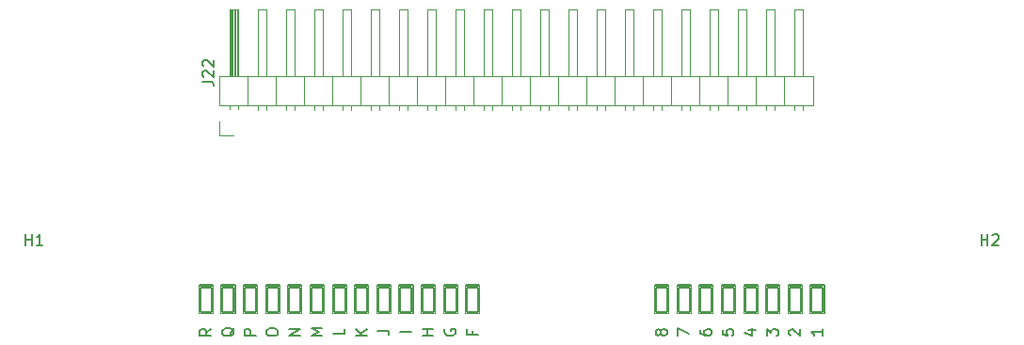
<source format=gto>
G04 #@! TF.GenerationSoftware,KiCad,Pcbnew,8.0.1*
G04 #@! TF.CreationDate,2024-07-23T13:12:02+08:00*
G04 #@! TF.ProjectId,Test Prototype for v0.3,54657374-2050-4726-9f74-6f7479706520,rev?*
G04 #@! TF.SameCoordinates,Original*
G04 #@! TF.FileFunction,Legend,Top*
G04 #@! TF.FilePolarity,Positive*
%FSLAX46Y46*%
G04 Gerber Fmt 4.6, Leading zero omitted, Abs format (unit mm)*
G04 Created by KiCad (PCBNEW 8.0.1) date 2024-07-23 13:12:02*
%MOMM*%
%LPD*%
G01*
G04 APERTURE LIST*
G04 Aperture macros list*
%AMRoundRect*
0 Rectangle with rounded corners*
0 $1 Rounding radius*
0 $2 $3 $4 $5 $6 $7 $8 $9 X,Y pos of 4 corners*
0 Add a 4 corners polygon primitive as box body*
4,1,4,$2,$3,$4,$5,$6,$7,$8,$9,$2,$3,0*
0 Add four circle primitives for the rounded corners*
1,1,$1+$1,$2,$3*
1,1,$1+$1,$4,$5*
1,1,$1+$1,$6,$7*
1,1,$1+$1,$8,$9*
0 Add four rect primitives between the rounded corners*
20,1,$1+$1,$2,$3,$4,$5,0*
20,1,$1+$1,$4,$5,$6,$7,0*
20,1,$1+$1,$6,$7,$8,$9,0*
20,1,$1+$1,$8,$9,$2,$3,0*%
G04 Aperture macros list end*
%ADD10C,0.150000*%
%ADD11C,0.127000*%
%ADD12C,0.120000*%
%ADD13RoundRect,0.102000X-0.500000X1.138750X-0.500000X-1.138750X0.500000X-1.138750X0.500000X1.138750X0*%
%ADD14C,4.300000*%
%ADD15R,1.700000X1.700000*%
%ADD16O,1.700000X1.700000*%
G04 APERTURE END LIST*
D10*
X140957387Y-93287300D02*
X139951836Y-93287300D01*
X140430670Y-93287300D02*
X140430670Y-92712699D01*
X140957387Y-92712699D02*
X139951836Y-92712699D01*
X190238095Y-85154819D02*
X190238095Y-84154819D01*
X190238095Y-84631009D02*
X190809523Y-84631009D01*
X190809523Y-85154819D02*
X190809523Y-84154819D01*
X191238095Y-84250057D02*
X191285714Y-84202438D01*
X191285714Y-84202438D02*
X191380952Y-84154819D01*
X191380952Y-84154819D02*
X191619047Y-84154819D01*
X191619047Y-84154819D02*
X191714285Y-84202438D01*
X191714285Y-84202438D02*
X191761904Y-84250057D01*
X191761904Y-84250057D02*
X191809523Y-84345295D01*
X191809523Y-84345295D02*
X191809523Y-84440533D01*
X191809523Y-84440533D02*
X191761904Y-84583390D01*
X191761904Y-84583390D02*
X191190476Y-85154819D01*
X191190476Y-85154819D02*
X191809523Y-85154819D01*
X175957387Y-92712699D02*
X175957387Y-93287300D01*
X175957387Y-93000000D02*
X174951836Y-93000000D01*
X174951836Y-93000000D02*
X175095486Y-93095766D01*
X175095486Y-93095766D02*
X175191253Y-93191533D01*
X175191253Y-93191533D02*
X175239136Y-93287300D01*
X120184819Y-70424523D02*
X120899104Y-70424523D01*
X120899104Y-70424523D02*
X121041961Y-70472142D01*
X121041961Y-70472142D02*
X121137200Y-70567380D01*
X121137200Y-70567380D02*
X121184819Y-70710237D01*
X121184819Y-70710237D02*
X121184819Y-70805475D01*
X120280057Y-69995951D02*
X120232438Y-69948332D01*
X120232438Y-69948332D02*
X120184819Y-69853094D01*
X120184819Y-69853094D02*
X120184819Y-69614999D01*
X120184819Y-69614999D02*
X120232438Y-69519761D01*
X120232438Y-69519761D02*
X120280057Y-69472142D01*
X120280057Y-69472142D02*
X120375295Y-69424523D01*
X120375295Y-69424523D02*
X120470533Y-69424523D01*
X120470533Y-69424523D02*
X120613390Y-69472142D01*
X120613390Y-69472142D02*
X121184819Y-70043570D01*
X121184819Y-70043570D02*
X121184819Y-69424523D01*
X120280057Y-69043570D02*
X120232438Y-68995951D01*
X120232438Y-68995951D02*
X120184819Y-68900713D01*
X120184819Y-68900713D02*
X120184819Y-68662618D01*
X120184819Y-68662618D02*
X120232438Y-68567380D01*
X120232438Y-68567380D02*
X120280057Y-68519761D01*
X120280057Y-68519761D02*
X120375295Y-68472142D01*
X120375295Y-68472142D02*
X120470533Y-68472142D01*
X120470533Y-68472142D02*
X120613390Y-68519761D01*
X120613390Y-68519761D02*
X121184819Y-69091189D01*
X121184819Y-69091189D02*
X121184819Y-68472142D01*
X130957387Y-93335183D02*
X129951836Y-93335183D01*
X129951836Y-93335183D02*
X130670087Y-92999999D01*
X130670087Y-92999999D02*
X129951836Y-92664815D01*
X129951836Y-92664815D02*
X130957387Y-92664815D01*
X164951836Y-92808466D02*
X164951836Y-93000000D01*
X164951836Y-93000000D02*
X164999719Y-93095766D01*
X164999719Y-93095766D02*
X165047603Y-93143650D01*
X165047603Y-93143650D02*
X165191253Y-93239417D01*
X165191253Y-93239417D02*
X165382786Y-93287300D01*
X165382786Y-93287300D02*
X165765853Y-93287300D01*
X165765853Y-93287300D02*
X165861620Y-93239417D01*
X165861620Y-93239417D02*
X165909504Y-93191533D01*
X165909504Y-93191533D02*
X165957387Y-93095766D01*
X165957387Y-93095766D02*
X165957387Y-92904233D01*
X165957387Y-92904233D02*
X165909504Y-92808466D01*
X165909504Y-92808466D02*
X165861620Y-92760583D01*
X165861620Y-92760583D02*
X165765853Y-92712699D01*
X165765853Y-92712699D02*
X165526436Y-92712699D01*
X165526436Y-92712699D02*
X165430670Y-92760583D01*
X165430670Y-92760583D02*
X165382786Y-92808466D01*
X165382786Y-92808466D02*
X165334903Y-92904233D01*
X165334903Y-92904233D02*
X165334903Y-93095766D01*
X165334903Y-93095766D02*
X165382786Y-93191533D01*
X165382786Y-93191533D02*
X165430670Y-93239417D01*
X165430670Y-93239417D02*
X165526436Y-93287300D01*
X169287020Y-92808466D02*
X169957387Y-92808466D01*
X168903953Y-93047883D02*
X169622203Y-93287300D01*
X169622203Y-93287300D02*
X169622203Y-92664816D01*
X141999719Y-92736640D02*
X141951836Y-92832407D01*
X141951836Y-92832407D02*
X141951836Y-92976057D01*
X141951836Y-92976057D02*
X141999719Y-93119707D01*
X141999719Y-93119707D02*
X142095486Y-93215474D01*
X142095486Y-93215474D02*
X142191253Y-93263358D01*
X142191253Y-93263358D02*
X142382786Y-93311241D01*
X142382786Y-93311241D02*
X142526436Y-93311241D01*
X142526436Y-93311241D02*
X142717970Y-93263358D01*
X142717970Y-93263358D02*
X142813737Y-93215474D01*
X142813737Y-93215474D02*
X142909504Y-93119707D01*
X142909504Y-93119707D02*
X142957387Y-92976057D01*
X142957387Y-92976057D02*
X142957387Y-92880291D01*
X142957387Y-92880291D02*
X142909504Y-92736640D01*
X142909504Y-92736640D02*
X142861620Y-92688757D01*
X142861620Y-92688757D02*
X142526436Y-92688757D01*
X142526436Y-92688757D02*
X142526436Y-92880291D01*
X123053154Y-92616932D02*
X123005270Y-92712699D01*
X123005270Y-92712699D02*
X122909504Y-92808466D01*
X122909504Y-92808466D02*
X122765853Y-92952116D01*
X122765853Y-92952116D02*
X122717970Y-93047883D01*
X122717970Y-93047883D02*
X122717970Y-93143649D01*
X122957387Y-93095766D02*
X122909504Y-93191533D01*
X122909504Y-93191533D02*
X122813737Y-93287300D01*
X122813737Y-93287300D02*
X122622203Y-93335183D01*
X122622203Y-93335183D02*
X122287020Y-93335183D01*
X122287020Y-93335183D02*
X122095486Y-93287300D01*
X122095486Y-93287300D02*
X121999719Y-93191533D01*
X121999719Y-93191533D02*
X121951836Y-93095766D01*
X121951836Y-93095766D02*
X121951836Y-92904233D01*
X121951836Y-92904233D02*
X121999719Y-92808466D01*
X121999719Y-92808466D02*
X122095486Y-92712699D01*
X122095486Y-92712699D02*
X122287020Y-92664816D01*
X122287020Y-92664816D02*
X122622203Y-92664816D01*
X122622203Y-92664816D02*
X122813737Y-92712699D01*
X122813737Y-92712699D02*
X122909504Y-92808466D01*
X122909504Y-92808466D02*
X122957387Y-92904233D01*
X122957387Y-92904233D02*
X122957387Y-93095766D01*
X173047603Y-93287300D02*
X172999719Y-93239417D01*
X172999719Y-93239417D02*
X172951836Y-93143650D01*
X172951836Y-93143650D02*
X172951836Y-92904233D01*
X172951836Y-92904233D02*
X172999719Y-92808466D01*
X172999719Y-92808466D02*
X173047603Y-92760583D01*
X173047603Y-92760583D02*
X173143369Y-92712699D01*
X173143369Y-92712699D02*
X173239136Y-92712699D01*
X173239136Y-92712699D02*
X173382786Y-92760583D01*
X173382786Y-92760583D02*
X173957387Y-93335183D01*
X173957387Y-93335183D02*
X173957387Y-92712699D01*
X138957387Y-93000000D02*
X137951836Y-93000000D01*
X125951836Y-93095766D02*
X125951836Y-92904233D01*
X125951836Y-92904233D02*
X125999719Y-92808466D01*
X125999719Y-92808466D02*
X126095486Y-92712699D01*
X126095486Y-92712699D02*
X126287020Y-92664816D01*
X126287020Y-92664816D02*
X126622203Y-92664816D01*
X126622203Y-92664816D02*
X126813737Y-92712699D01*
X126813737Y-92712699D02*
X126909504Y-92808466D01*
X126909504Y-92808466D02*
X126957387Y-92904233D01*
X126957387Y-92904233D02*
X126957387Y-93095766D01*
X126957387Y-93095766D02*
X126909504Y-93191533D01*
X126909504Y-93191533D02*
X126813737Y-93287300D01*
X126813737Y-93287300D02*
X126622203Y-93335183D01*
X126622203Y-93335183D02*
X126287020Y-93335183D01*
X126287020Y-93335183D02*
X126095486Y-93287300D01*
X126095486Y-93287300D02*
X125999719Y-93191533D01*
X125999719Y-93191533D02*
X125951836Y-93095766D01*
X104238095Y-85154819D02*
X104238095Y-84154819D01*
X104238095Y-84631009D02*
X104809523Y-84631009D01*
X104809523Y-85154819D02*
X104809523Y-84154819D01*
X105809523Y-85154819D02*
X105238095Y-85154819D01*
X105523809Y-85154819D02*
X105523809Y-84154819D01*
X105523809Y-84154819D02*
X105428571Y-84297676D01*
X105428571Y-84297676D02*
X105333333Y-84392914D01*
X105333333Y-84392914D02*
X105238095Y-84440533D01*
X120957387Y-92688757D02*
X120478553Y-93023941D01*
X120957387Y-93263358D02*
X119951836Y-93263358D01*
X119951836Y-93263358D02*
X119951836Y-92880291D01*
X119951836Y-92880291D02*
X119999719Y-92784524D01*
X119999719Y-92784524D02*
X120047603Y-92736640D01*
X120047603Y-92736640D02*
X120143369Y-92688757D01*
X120143369Y-92688757D02*
X120287020Y-92688757D01*
X120287020Y-92688757D02*
X120382786Y-92736640D01*
X120382786Y-92736640D02*
X120430670Y-92784524D01*
X120430670Y-92784524D02*
X120478553Y-92880291D01*
X120478553Y-92880291D02*
X120478553Y-93263358D01*
X144430670Y-92856349D02*
X144430670Y-93191533D01*
X144957387Y-93191533D02*
X143951836Y-93191533D01*
X143951836Y-93191533D02*
X143951836Y-92712699D01*
X132957387Y-92688757D02*
X132957387Y-93167591D01*
X132957387Y-93167591D02*
X131951836Y-93167591D01*
X161382786Y-93095766D02*
X161334903Y-93191533D01*
X161334903Y-93191533D02*
X161287020Y-93239417D01*
X161287020Y-93239417D02*
X161191253Y-93287300D01*
X161191253Y-93287300D02*
X161143369Y-93287300D01*
X161143369Y-93287300D02*
X161047603Y-93239417D01*
X161047603Y-93239417D02*
X160999719Y-93191533D01*
X160999719Y-93191533D02*
X160951836Y-93095766D01*
X160951836Y-93095766D02*
X160951836Y-92904233D01*
X160951836Y-92904233D02*
X160999719Y-92808466D01*
X160999719Y-92808466D02*
X161047603Y-92760583D01*
X161047603Y-92760583D02*
X161143369Y-92712699D01*
X161143369Y-92712699D02*
X161191253Y-92712699D01*
X161191253Y-92712699D02*
X161287020Y-92760583D01*
X161287020Y-92760583D02*
X161334903Y-92808466D01*
X161334903Y-92808466D02*
X161382786Y-92904233D01*
X161382786Y-92904233D02*
X161382786Y-93095766D01*
X161382786Y-93095766D02*
X161430670Y-93191533D01*
X161430670Y-93191533D02*
X161478553Y-93239417D01*
X161478553Y-93239417D02*
X161574320Y-93287300D01*
X161574320Y-93287300D02*
X161765853Y-93287300D01*
X161765853Y-93287300D02*
X161861620Y-93239417D01*
X161861620Y-93239417D02*
X161909504Y-93191533D01*
X161909504Y-93191533D02*
X161957387Y-93095766D01*
X161957387Y-93095766D02*
X161957387Y-92904233D01*
X161957387Y-92904233D02*
X161909504Y-92808466D01*
X161909504Y-92808466D02*
X161861620Y-92760583D01*
X161861620Y-92760583D02*
X161765853Y-92712699D01*
X161765853Y-92712699D02*
X161574320Y-92712699D01*
X161574320Y-92712699D02*
X161478553Y-92760583D01*
X161478553Y-92760583D02*
X161430670Y-92808466D01*
X161430670Y-92808466D02*
X161382786Y-92904233D01*
X124957387Y-93263358D02*
X123951836Y-93263358D01*
X123951836Y-93263358D02*
X123951836Y-92880291D01*
X123951836Y-92880291D02*
X123999719Y-92784524D01*
X123999719Y-92784524D02*
X124047603Y-92736640D01*
X124047603Y-92736640D02*
X124143369Y-92688757D01*
X124143369Y-92688757D02*
X124287020Y-92688757D01*
X124287020Y-92688757D02*
X124382786Y-92736640D01*
X124382786Y-92736640D02*
X124430670Y-92784524D01*
X124430670Y-92784524D02*
X124478553Y-92880291D01*
X124478553Y-92880291D02*
X124478553Y-93263358D01*
X128957387Y-93287300D02*
X127951836Y-93287300D01*
X127951836Y-93287300D02*
X128957387Y-92712699D01*
X128957387Y-92712699D02*
X127951836Y-92712699D01*
X170951836Y-93335183D02*
X170951836Y-92712699D01*
X170951836Y-92712699D02*
X171334903Y-93047883D01*
X171334903Y-93047883D02*
X171334903Y-92904233D01*
X171334903Y-92904233D02*
X171382786Y-92808466D01*
X171382786Y-92808466D02*
X171430670Y-92760583D01*
X171430670Y-92760583D02*
X171526436Y-92712699D01*
X171526436Y-92712699D02*
X171765853Y-92712699D01*
X171765853Y-92712699D02*
X171861620Y-92760583D01*
X171861620Y-92760583D02*
X171909504Y-92808466D01*
X171909504Y-92808466D02*
X171957387Y-92904233D01*
X171957387Y-92904233D02*
X171957387Y-93191533D01*
X171957387Y-93191533D02*
X171909504Y-93287300D01*
X171909504Y-93287300D02*
X171861620Y-93335183D01*
X162951836Y-93335183D02*
X162951836Y-92664816D01*
X162951836Y-92664816D02*
X163957387Y-93095766D01*
X134957387Y-93263358D02*
X133951836Y-93263358D01*
X134957387Y-92688757D02*
X134382786Y-93119707D01*
X133951836Y-92688757D02*
X134526436Y-93263358D01*
X166951836Y-92760583D02*
X166951836Y-93239417D01*
X166951836Y-93239417D02*
X167430670Y-93287300D01*
X167430670Y-93287300D02*
X167382786Y-93239417D01*
X167382786Y-93239417D02*
X167334903Y-93143650D01*
X167334903Y-93143650D02*
X167334903Y-92904233D01*
X167334903Y-92904233D02*
X167382786Y-92808466D01*
X167382786Y-92808466D02*
X167430670Y-92760583D01*
X167430670Y-92760583D02*
X167526436Y-92712699D01*
X167526436Y-92712699D02*
X167765853Y-92712699D01*
X167765853Y-92712699D02*
X167861620Y-92760583D01*
X167861620Y-92760583D02*
X167909504Y-92808466D01*
X167909504Y-92808466D02*
X167957387Y-92904233D01*
X167957387Y-92904233D02*
X167957387Y-93143650D01*
X167957387Y-93143650D02*
X167909504Y-93239417D01*
X167909504Y-93239417D02*
X167861620Y-93287300D01*
X135951836Y-92856349D02*
X136670087Y-92856349D01*
X136670087Y-92856349D02*
X136813737Y-92904233D01*
X136813737Y-92904233D02*
X136909504Y-92999999D01*
X136909504Y-92999999D02*
X136957387Y-93143650D01*
X136957387Y-93143650D02*
X136957387Y-93239416D01*
D11*
X139900000Y-88700000D02*
X141100000Y-88700000D01*
X139900000Y-91300000D02*
X139900000Y-88700000D01*
X141100000Y-88700000D02*
X141100000Y-91300000D01*
X141100000Y-91300000D02*
X139900000Y-91300000D01*
X174900000Y-88700000D02*
X176100000Y-88700000D01*
X174900000Y-91300000D02*
X174900000Y-88700000D01*
X176100000Y-88700000D02*
X176100000Y-91300000D01*
X176100000Y-91300000D02*
X174900000Y-91300000D01*
D12*
X121670000Y-69900000D02*
X121670000Y-72560000D01*
X121670000Y-72560000D02*
X175130000Y-72560000D01*
X121730000Y-75270000D02*
X121730000Y-74000000D01*
X122620000Y-63900000D02*
X123380000Y-63900000D01*
X122620000Y-69900000D02*
X122620000Y-63900000D01*
X122620000Y-72890000D02*
X122620000Y-72560000D01*
X122680000Y-69900000D02*
X122680000Y-63900000D01*
X122800000Y-69900000D02*
X122800000Y-63900000D01*
X122920000Y-69900000D02*
X122920000Y-63900000D01*
X123000000Y-75270000D02*
X121730000Y-75270000D01*
X123040000Y-69900000D02*
X123040000Y-63900000D01*
X123160000Y-69900000D02*
X123160000Y-63900000D01*
X123280000Y-69900000D02*
X123280000Y-63900000D01*
X123380000Y-63900000D02*
X123380000Y-69900000D01*
X123380000Y-72890000D02*
X123380000Y-72560000D01*
X124270000Y-72560000D02*
X124270000Y-69900000D01*
X125160000Y-63900000D02*
X125920000Y-63900000D01*
X125160000Y-69900000D02*
X125160000Y-63900000D01*
X125160000Y-72957071D02*
X125160000Y-72560000D01*
X125920000Y-63900000D02*
X125920000Y-69900000D01*
X125920000Y-72957071D02*
X125920000Y-72560000D01*
X126810000Y-72560000D02*
X126810000Y-69900000D01*
X127700000Y-63900000D02*
X128460000Y-63900000D01*
X127700000Y-69900000D02*
X127700000Y-63900000D01*
X127700000Y-72957071D02*
X127700000Y-72560000D01*
X128460000Y-63900000D02*
X128460000Y-69900000D01*
X128460000Y-72957071D02*
X128460000Y-72560000D01*
X129350000Y-72560000D02*
X129350000Y-69900000D01*
X130240000Y-63900000D02*
X131000000Y-63900000D01*
X130240000Y-69900000D02*
X130240000Y-63900000D01*
X130240000Y-72957071D02*
X130240000Y-72560000D01*
X131000000Y-63900000D02*
X131000000Y-69900000D01*
X131000000Y-72957071D02*
X131000000Y-72560000D01*
X131890000Y-72560000D02*
X131890000Y-69900000D01*
X132780000Y-63900000D02*
X133540000Y-63900000D01*
X132780000Y-69900000D02*
X132780000Y-63900000D01*
X132780000Y-72957071D02*
X132780000Y-72560000D01*
X133540000Y-63900000D02*
X133540000Y-69900000D01*
X133540000Y-72957071D02*
X133540000Y-72560000D01*
X134430000Y-72560000D02*
X134430000Y-69900000D01*
X135320000Y-63900000D02*
X136080000Y-63900000D01*
X135320000Y-69900000D02*
X135320000Y-63900000D01*
X135320000Y-72957071D02*
X135320000Y-72560000D01*
X136080000Y-63900000D02*
X136080000Y-69900000D01*
X136080000Y-72957071D02*
X136080000Y-72560000D01*
X136970000Y-72560000D02*
X136970000Y-69900000D01*
X137860000Y-63900000D02*
X138620000Y-63900000D01*
X137860000Y-69900000D02*
X137860000Y-63900000D01*
X137860000Y-72957071D02*
X137860000Y-72560000D01*
X138620000Y-63900000D02*
X138620000Y-69900000D01*
X138620000Y-72957071D02*
X138620000Y-72560000D01*
X139510000Y-72560000D02*
X139510000Y-69900000D01*
X140400000Y-63900000D02*
X141160000Y-63900000D01*
X140400000Y-69900000D02*
X140400000Y-63900000D01*
X140400000Y-72957071D02*
X140400000Y-72560000D01*
X141160000Y-63900000D02*
X141160000Y-69900000D01*
X141160000Y-72957071D02*
X141160000Y-72560000D01*
X142050000Y-72560000D02*
X142050000Y-69900000D01*
X142940000Y-63900000D02*
X143700000Y-63900000D01*
X142940000Y-69900000D02*
X142940000Y-63900000D01*
X142940000Y-72957071D02*
X142940000Y-72560000D01*
X143700000Y-63900000D02*
X143700000Y-69900000D01*
X143700000Y-72957071D02*
X143700000Y-72560000D01*
X144590000Y-72560000D02*
X144590000Y-69900000D01*
X145480000Y-63900000D02*
X146240000Y-63900000D01*
X145480000Y-69900000D02*
X145480000Y-63900000D01*
X145480000Y-72957071D02*
X145480000Y-72560000D01*
X146240000Y-63900000D02*
X146240000Y-69900000D01*
X146240000Y-72957071D02*
X146240000Y-72560000D01*
X147130000Y-72560000D02*
X147130000Y-69900000D01*
X148020000Y-63900000D02*
X148780000Y-63900000D01*
X148020000Y-69900000D02*
X148020000Y-63900000D01*
X148020000Y-72957071D02*
X148020000Y-72560000D01*
X148780000Y-63900000D02*
X148780000Y-69900000D01*
X148780000Y-72957071D02*
X148780000Y-72560000D01*
X149670000Y-72560000D02*
X149670000Y-69900000D01*
X150560000Y-63900000D02*
X151320000Y-63900000D01*
X150560000Y-69900000D02*
X150560000Y-63900000D01*
X150560000Y-72957071D02*
X150560000Y-72560000D01*
X151320000Y-63900000D02*
X151320000Y-69900000D01*
X151320000Y-72957071D02*
X151320000Y-72560000D01*
X152210000Y-72560000D02*
X152210000Y-69900000D01*
X153100000Y-63900000D02*
X153860000Y-63900000D01*
X153100000Y-69900000D02*
X153100000Y-63900000D01*
X153100000Y-72957071D02*
X153100000Y-72560000D01*
X153860000Y-63900000D02*
X153860000Y-69900000D01*
X153860000Y-72957071D02*
X153860000Y-72560000D01*
X154750000Y-72560000D02*
X154750000Y-69900000D01*
X155640000Y-63900000D02*
X156400000Y-63900000D01*
X155640000Y-69900000D02*
X155640000Y-63900000D01*
X155640000Y-72957071D02*
X155640000Y-72560000D01*
X156400000Y-63900000D02*
X156400000Y-69900000D01*
X156400000Y-72957071D02*
X156400000Y-72560000D01*
X157290000Y-72560000D02*
X157290000Y-69900000D01*
X158180000Y-63900000D02*
X158940000Y-63900000D01*
X158180000Y-69900000D02*
X158180000Y-63900000D01*
X158180000Y-72957071D02*
X158180000Y-72560000D01*
X158940000Y-63900000D02*
X158940000Y-69900000D01*
X158940000Y-72957071D02*
X158940000Y-72560000D01*
X159830000Y-72560000D02*
X159830000Y-69900000D01*
X160720000Y-63900000D02*
X161480000Y-63900000D01*
X160720000Y-69900000D02*
X160720000Y-63900000D01*
X160720000Y-72957071D02*
X160720000Y-72560000D01*
X161480000Y-63900000D02*
X161480000Y-69900000D01*
X161480000Y-72957071D02*
X161480000Y-72560000D01*
X162370000Y-72560000D02*
X162370000Y-69900000D01*
X163260000Y-63900000D02*
X164020000Y-63900000D01*
X163260000Y-69900000D02*
X163260000Y-63900000D01*
X163260000Y-72957071D02*
X163260000Y-72560000D01*
X164020000Y-63900000D02*
X164020000Y-69900000D01*
X164020000Y-72957071D02*
X164020000Y-72560000D01*
X164910000Y-72560000D02*
X164910000Y-69900000D01*
X165800000Y-63900000D02*
X166560000Y-63900000D01*
X165800000Y-69900000D02*
X165800000Y-63900000D01*
X165800000Y-72957071D02*
X165800000Y-72560000D01*
X166560000Y-63900000D02*
X166560000Y-69900000D01*
X166560000Y-72957071D02*
X166560000Y-72560000D01*
X167450000Y-72560000D02*
X167450000Y-69900000D01*
X168340000Y-63900000D02*
X169100000Y-63900000D01*
X168340000Y-69900000D02*
X168340000Y-63900000D01*
X168340000Y-72957071D02*
X168340000Y-72560000D01*
X169100000Y-63900000D02*
X169100000Y-69900000D01*
X169100000Y-72957071D02*
X169100000Y-72560000D01*
X169990000Y-72560000D02*
X169990000Y-69900000D01*
X170880000Y-63900000D02*
X171640000Y-63900000D01*
X170880000Y-69900000D02*
X170880000Y-63900000D01*
X170880000Y-72957071D02*
X170880000Y-72560000D01*
X171640000Y-63900000D02*
X171640000Y-69900000D01*
X171640000Y-72957071D02*
X171640000Y-72560000D01*
X172530000Y-72560000D02*
X172530000Y-69900000D01*
X173420000Y-63900000D02*
X174180000Y-63900000D01*
X173420000Y-69900000D02*
X173420000Y-63900000D01*
X173420000Y-72957071D02*
X173420000Y-72560000D01*
X174180000Y-63900000D02*
X174180000Y-69900000D01*
X174180000Y-72957071D02*
X174180000Y-72560000D01*
X175130000Y-69900000D02*
X121670000Y-69900000D01*
X175130000Y-72560000D02*
X175130000Y-69900000D01*
D11*
X129900000Y-88700000D02*
X131100000Y-88700000D01*
X129900000Y-91300000D02*
X129900000Y-88700000D01*
X131100000Y-88700000D02*
X131100000Y-91300000D01*
X131100000Y-91300000D02*
X129900000Y-91300000D01*
X164900000Y-88700000D02*
X166100000Y-88700000D01*
X164900000Y-91300000D02*
X164900000Y-88700000D01*
X166100000Y-88700000D02*
X166100000Y-91300000D01*
X166100000Y-91300000D02*
X164900000Y-91300000D01*
X168900000Y-88700000D02*
X170100000Y-88700000D01*
X168900000Y-91300000D02*
X168900000Y-88700000D01*
X170100000Y-88700000D02*
X170100000Y-91300000D01*
X170100000Y-91300000D02*
X168900000Y-91300000D01*
X141900000Y-88700000D02*
X143100000Y-88700000D01*
X141900000Y-91300000D02*
X141900000Y-88700000D01*
X143100000Y-88700000D02*
X143100000Y-91300000D01*
X143100000Y-91300000D02*
X141900000Y-91300000D01*
X121900000Y-88700000D02*
X123100000Y-88700000D01*
X121900000Y-91300000D02*
X121900000Y-88700000D01*
X123100000Y-88700000D02*
X123100000Y-91300000D01*
X123100000Y-91300000D02*
X121900000Y-91300000D01*
X172900000Y-88700000D02*
X174100000Y-88700000D01*
X172900000Y-91300000D02*
X172900000Y-88700000D01*
X174100000Y-88700000D02*
X174100000Y-91300000D01*
X174100000Y-91300000D02*
X172900000Y-91300000D01*
X137900000Y-88700000D02*
X139100000Y-88700000D01*
X137900000Y-91300000D02*
X137900000Y-88700000D01*
X139100000Y-88700000D02*
X139100000Y-91300000D01*
X139100000Y-91300000D02*
X137900000Y-91300000D01*
X125900000Y-88700000D02*
X127100000Y-88700000D01*
X125900000Y-91300000D02*
X125900000Y-88700000D01*
X127100000Y-88700000D02*
X127100000Y-91300000D01*
X127100000Y-91300000D02*
X125900000Y-91300000D01*
X119900000Y-88700000D02*
X121100000Y-88700000D01*
X119900000Y-91300000D02*
X119900000Y-88700000D01*
X121100000Y-88700000D02*
X121100000Y-91300000D01*
X121100000Y-91300000D02*
X119900000Y-91300000D01*
X143900000Y-88700000D02*
X145100000Y-88700000D01*
X143900000Y-91300000D02*
X143900000Y-88700000D01*
X145100000Y-88700000D02*
X145100000Y-91300000D01*
X145100000Y-91300000D02*
X143900000Y-91300000D01*
X131900000Y-88700000D02*
X133100000Y-88700000D01*
X131900000Y-91300000D02*
X131900000Y-88700000D01*
X133100000Y-88700000D02*
X133100000Y-91300000D01*
X133100000Y-91300000D02*
X131900000Y-91300000D01*
X160900000Y-88700000D02*
X162100000Y-88700000D01*
X160900000Y-91300000D02*
X160900000Y-88700000D01*
X162100000Y-88700000D02*
X162100000Y-91300000D01*
X162100000Y-91300000D02*
X160900000Y-91300000D01*
X123900000Y-88700000D02*
X125100000Y-88700000D01*
X123900000Y-91300000D02*
X123900000Y-88700000D01*
X125100000Y-88700000D02*
X125100000Y-91300000D01*
X125100000Y-91300000D02*
X123900000Y-91300000D01*
X127900000Y-88700000D02*
X129100000Y-88700000D01*
X127900000Y-91300000D02*
X127900000Y-88700000D01*
X129100000Y-88700000D02*
X129100000Y-91300000D01*
X129100000Y-91300000D02*
X127900000Y-91300000D01*
X170900000Y-88700000D02*
X172100000Y-88700000D01*
X170900000Y-91300000D02*
X170900000Y-88700000D01*
X172100000Y-88700000D02*
X172100000Y-91300000D01*
X172100000Y-91300000D02*
X170900000Y-91300000D01*
X162900000Y-88700000D02*
X164100000Y-88700000D01*
X162900000Y-91300000D02*
X162900000Y-88700000D01*
X164100000Y-88700000D02*
X164100000Y-91300000D01*
X164100000Y-91300000D02*
X162900000Y-91300000D01*
X133900000Y-88700000D02*
X135100000Y-88700000D01*
X133900000Y-91300000D02*
X133900000Y-88700000D01*
X135100000Y-88700000D02*
X135100000Y-91300000D01*
X135100000Y-91300000D02*
X133900000Y-91300000D01*
X166900000Y-88700000D02*
X168100000Y-88700000D01*
X166900000Y-91300000D02*
X166900000Y-88700000D01*
X168100000Y-88700000D02*
X168100000Y-91300000D01*
X168100000Y-91300000D02*
X166900000Y-91300000D01*
X135900000Y-88700000D02*
X137100000Y-88700000D01*
X135900000Y-91300000D02*
X135900000Y-88700000D01*
X137100000Y-88700000D02*
X137100000Y-91300000D01*
X137100000Y-91300000D02*
X135900000Y-91300000D01*
%LPC*%
D13*
X140500000Y-90088750D03*
D14*
X191000000Y-90000000D03*
D13*
X175500000Y-90088750D03*
D15*
X123000000Y-74000000D03*
D16*
X125540000Y-74000000D03*
X128080000Y-74000000D03*
X130620000Y-74000000D03*
X133160000Y-74000000D03*
X135700000Y-74000000D03*
X138240000Y-74000000D03*
X140780000Y-74000000D03*
X143320000Y-74000000D03*
X145860000Y-74000000D03*
X148400000Y-74000000D03*
X150940000Y-74000000D03*
X153480000Y-74000000D03*
X156020000Y-74000000D03*
X158560000Y-74000000D03*
X161100000Y-74000000D03*
X163640000Y-74000000D03*
X166180000Y-74000000D03*
X168720000Y-74000000D03*
X171260000Y-74000000D03*
X173800000Y-74000000D03*
D13*
X130500000Y-90088750D03*
X165500000Y-90088750D03*
X169500000Y-90088750D03*
X142500000Y-90088750D03*
X122500000Y-90088750D03*
X173500000Y-90088750D03*
X138500000Y-90088750D03*
X126500000Y-90088750D03*
D14*
X105000000Y-90000000D03*
D13*
X120500000Y-90088750D03*
X144500000Y-90088750D03*
X132500000Y-90088750D03*
X161500000Y-90088750D03*
X124500000Y-90088750D03*
X128500000Y-90088750D03*
X171500000Y-90088750D03*
X163500000Y-90088750D03*
X134500000Y-90088750D03*
X167500000Y-90088750D03*
X136500000Y-90088750D03*
%LPD*%
M02*

</source>
